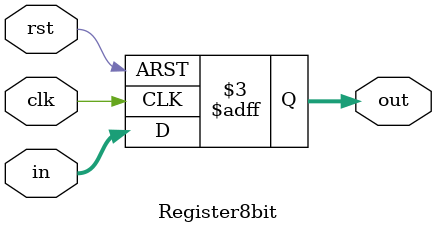
<source format=v>
module Register8bit(output reg [7:0]out,input [7:0]in,input clk,rst);
	always@(posedge clk,negedge rst)begin
		if(~rst) 
                    out <= 8'b0;
		else 
                    out <= in;
	end
endmodule

</source>
